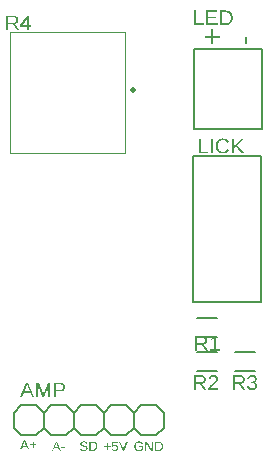
<source format=gbr>
G04 EAGLE Gerber RS-274X export*
G75*
%MOMM*%
%FSLAX34Y34*%
%LPD*%
%INSilkscreen Top*%
%IPPOS*%
%AMOC8*
5,1,8,0,0,1.08239X$1,22.5*%
G01*
G04 Define Apertures*
%ADD10C,0.152400*%
%ADD11C,0.500000*%
%ADD12C,0.120000*%
%ADD13C,0.127000*%
G36*
X250351Y496527D02*
X248560Y496527D01*
X248560Y501728D01*
X243309Y501728D01*
X243309Y503532D01*
X248560Y503532D01*
X248560Y508734D01*
X250351Y508734D01*
X250351Y503532D01*
X255602Y503532D01*
X255602Y501728D01*
X250351Y501728D01*
X250351Y496527D01*
G37*
G36*
X278788Y496416D02*
X276825Y496416D01*
X276825Y502550D01*
X278788Y502550D01*
X278788Y496416D01*
G37*
G36*
X87938Y153162D02*
X86829Y153162D01*
X90049Y161052D01*
X91264Y161052D01*
X94434Y153162D01*
X93342Y153162D01*
X92440Y155469D01*
X88845Y155469D01*
X87938Y153162D01*
G37*
%LPC*%
G36*
X92121Y156304D02*
X91107Y158908D01*
X90951Y159319D01*
X90794Y159781D01*
X90643Y160246D01*
X90592Y160089D01*
X90419Y159559D01*
X90178Y158896D01*
X89170Y156304D01*
X92121Y156304D01*
G37*
%LPD*%
G36*
X98189Y154170D02*
X97366Y154170D01*
X97366Y156567D01*
X94992Y156567D01*
X94992Y157384D01*
X97366Y157384D01*
X97366Y159781D01*
X98189Y159781D01*
X98189Y157384D01*
X100564Y157384D01*
X100564Y156567D01*
X98189Y156567D01*
X98189Y154170D01*
G37*
G36*
X114777Y151892D02*
X113668Y151892D01*
X116888Y159782D01*
X118103Y159782D01*
X121273Y151892D01*
X120181Y151892D01*
X119279Y154199D01*
X115684Y154199D01*
X114777Y151892D01*
G37*
%LPC*%
G36*
X118960Y155034D02*
X117947Y157638D01*
X117790Y158049D01*
X117633Y158511D01*
X117482Y158976D01*
X117431Y158819D01*
X117258Y158289D01*
X117017Y157626D01*
X116009Y155034D01*
X118960Y155034D01*
G37*
%LPD*%
G36*
X124580Y154490D02*
X121780Y154490D01*
X121780Y155386D01*
X124580Y155386D01*
X124580Y154490D01*
G37*
G36*
X148331Y151892D02*
X145380Y151892D01*
X145380Y159782D01*
X147990Y159782D01*
X148476Y159767D01*
X148935Y159720D01*
X149364Y159641D01*
X149765Y159531D01*
X150138Y159390D01*
X150482Y159217D01*
X150797Y159013D01*
X151084Y158777D01*
X151339Y158513D01*
X151560Y158222D01*
X151747Y157904D01*
X151900Y157560D01*
X152020Y157189D01*
X152105Y156792D01*
X152156Y156369D01*
X152173Y155918D01*
X152165Y155618D01*
X152143Y155327D01*
X152106Y155046D01*
X152054Y154774D01*
X151987Y154512D01*
X151905Y154259D01*
X151808Y154016D01*
X151697Y153782D01*
X151572Y153560D01*
X151434Y153351D01*
X151284Y153156D01*
X151121Y152973D01*
X150946Y152805D01*
X150759Y152650D01*
X150559Y152508D01*
X150347Y152379D01*
X150125Y152265D01*
X149894Y152166D01*
X149654Y152082D01*
X149406Y152014D01*
X149150Y151961D01*
X148886Y151922D01*
X148613Y151900D01*
X148331Y151892D01*
G37*
%LPC*%
G36*
X148208Y152749D02*
X148629Y152773D01*
X149023Y152844D01*
X149392Y152963D01*
X149734Y153130D01*
X150044Y153341D01*
X150316Y153594D01*
X150549Y153890D01*
X150745Y154227D01*
X150899Y154602D01*
X151009Y155008D01*
X151076Y155447D01*
X151098Y155918D01*
X151085Y156274D01*
X151047Y156608D01*
X150985Y156921D01*
X150897Y157211D01*
X150784Y157480D01*
X150646Y157727D01*
X150482Y157952D01*
X150294Y158156D01*
X150082Y158336D01*
X149847Y158492D01*
X149590Y158625D01*
X149310Y158733D01*
X149008Y158817D01*
X148684Y158877D01*
X148337Y158914D01*
X147967Y158926D01*
X146450Y158926D01*
X146450Y152749D01*
X148208Y152749D01*
G37*
%LPD*%
G36*
X140678Y151780D02*
X140327Y151788D01*
X139995Y151811D01*
X139682Y151851D01*
X139388Y151905D01*
X139112Y151976D01*
X138856Y152062D01*
X138619Y152164D01*
X138400Y152281D01*
X138201Y152414D01*
X138020Y152563D01*
X137859Y152728D01*
X137716Y152908D01*
X137592Y153103D01*
X137488Y153315D01*
X137402Y153542D01*
X137335Y153785D01*
X138371Y153992D01*
X138422Y153820D01*
X138486Y153660D01*
X138562Y153512D01*
X138651Y153375D01*
X138752Y153251D01*
X138867Y153138D01*
X138993Y153037D01*
X139133Y152948D01*
X139450Y152802D01*
X139820Y152698D01*
X140242Y152635D01*
X140717Y152614D01*
X141206Y152637D01*
X141635Y152703D01*
X141828Y152753D01*
X142005Y152814D01*
X142168Y152887D01*
X142316Y152970D01*
X142448Y153064D01*
X142562Y153169D01*
X142659Y153284D01*
X142738Y153409D01*
X142800Y153545D01*
X142844Y153691D01*
X142870Y153847D01*
X142879Y154014D01*
X142868Y154198D01*
X142835Y154364D01*
X142780Y154512D01*
X142703Y154642D01*
X142605Y154757D01*
X142490Y154861D01*
X142358Y154956D01*
X142207Y155039D01*
X141857Y155183D01*
X141445Y155302D01*
X140465Y155532D01*
X139643Y155739D01*
X139316Y155843D01*
X139046Y155946D01*
X138816Y156053D01*
X138612Y156165D01*
X138434Y156284D01*
X138281Y156408D01*
X138150Y156541D01*
X138034Y156685D01*
X137935Y156839D01*
X137853Y157005D01*
X137788Y157182D01*
X137742Y157372D01*
X137714Y157574D01*
X137705Y157789D01*
X137717Y158035D01*
X137753Y158267D01*
X137814Y158484D01*
X137898Y158686D01*
X138008Y158874D01*
X138141Y159048D01*
X138298Y159207D01*
X138480Y159351D01*
X138685Y159480D01*
X138910Y159591D01*
X139156Y159686D01*
X139423Y159763D01*
X139711Y159823D01*
X140020Y159866D01*
X140350Y159891D01*
X140701Y159900D01*
X141027Y159894D01*
X141333Y159874D01*
X141620Y159842D01*
X141886Y159797D01*
X142133Y159739D01*
X142361Y159668D01*
X142568Y159585D01*
X142756Y159488D01*
X142927Y159376D01*
X143085Y159246D01*
X143229Y159098D01*
X143361Y158932D01*
X143479Y158747D01*
X143583Y158545D01*
X143675Y158324D01*
X143753Y158086D01*
X142700Y157901D01*
X142593Y158193D01*
X142448Y158442D01*
X142263Y158648D01*
X142039Y158811D01*
X141772Y158934D01*
X141458Y159023D01*
X141097Y159076D01*
X140689Y159094D01*
X140244Y159074D01*
X139855Y159015D01*
X139522Y158917D01*
X139245Y158780D01*
X139128Y158697D01*
X139027Y158604D01*
X138941Y158501D01*
X138871Y158389D01*
X138816Y158268D01*
X138777Y158136D01*
X138754Y157995D01*
X138746Y157845D01*
X138758Y157671D01*
X138794Y157512D01*
X138855Y157370D01*
X138939Y157243D01*
X139047Y157128D01*
X139175Y157023D01*
X139325Y156927D01*
X139497Y156840D01*
X139724Y156752D01*
X140041Y156655D01*
X140947Y156434D01*
X141672Y156263D01*
X142026Y156168D01*
X142364Y156056D01*
X142684Y155925D01*
X142983Y155773D01*
X143252Y155592D01*
X143484Y155375D01*
X143673Y155119D01*
X143817Y154821D01*
X143870Y154654D01*
X143907Y154474D01*
X143930Y154279D01*
X143937Y154070D01*
X143924Y153805D01*
X143884Y153555D01*
X143817Y153321D01*
X143724Y153102D01*
X143604Y152898D01*
X143457Y152710D01*
X143284Y152537D01*
X143083Y152379D01*
X142859Y152239D01*
X142613Y152117D01*
X142345Y152014D01*
X142055Y151930D01*
X141744Y151864D01*
X141410Y151817D01*
X141055Y151789D01*
X140678Y151780D01*
G37*
G36*
X167062Y151780D02*
X166793Y151788D01*
X166537Y151810D01*
X166294Y151848D01*
X166065Y151900D01*
X165849Y151968D01*
X165647Y152051D01*
X165457Y152149D01*
X165281Y152262D01*
X165120Y152389D01*
X164974Y152529D01*
X164843Y152683D01*
X164728Y152851D01*
X164629Y153032D01*
X164545Y153227D01*
X164477Y153435D01*
X164424Y153656D01*
X165444Y153774D01*
X165539Y153499D01*
X165666Y153262D01*
X165824Y153060D01*
X166013Y152896D01*
X166234Y152768D01*
X166486Y152676D01*
X166770Y152621D01*
X167084Y152603D01*
X167282Y152611D01*
X167468Y152634D01*
X167644Y152672D01*
X167808Y152726D01*
X167962Y152795D01*
X168104Y152879D01*
X168235Y152978D01*
X168356Y153093D01*
X168463Y153221D01*
X168556Y153361D01*
X168635Y153512D01*
X168700Y153675D01*
X168750Y153849D01*
X168786Y154035D01*
X168808Y154232D01*
X168815Y154440D01*
X168808Y154622D01*
X168786Y154795D01*
X168750Y154958D01*
X168699Y155113D01*
X168634Y155259D01*
X168555Y155397D01*
X168461Y155525D01*
X168353Y155644D01*
X168232Y155752D01*
X168102Y155845D01*
X167961Y155924D01*
X167810Y155988D01*
X167650Y156039D01*
X167479Y156074D01*
X167298Y156096D01*
X167107Y156103D01*
X166906Y156095D01*
X166712Y156071D01*
X166525Y156031D01*
X166345Y155974D01*
X166169Y155899D01*
X165992Y155801D01*
X165816Y155680D01*
X165640Y155538D01*
X164654Y155538D01*
X164917Y159782D01*
X169403Y159782D01*
X169403Y158926D01*
X165836Y158926D01*
X165684Y156422D01*
X165853Y156541D01*
X166032Y156643D01*
X166221Y156730D01*
X166419Y156800D01*
X166628Y156856D01*
X166847Y156895D01*
X167075Y156919D01*
X167314Y156926D01*
X167598Y156916D01*
X167867Y156884D01*
X168121Y156830D01*
X168360Y156756D01*
X168585Y156660D01*
X168795Y156542D01*
X168990Y156403D01*
X169170Y156243D01*
X169332Y156066D01*
X169473Y155876D01*
X169592Y155673D01*
X169689Y155456D01*
X169765Y155227D01*
X169819Y154985D01*
X169851Y154730D01*
X169862Y154462D01*
X169850Y154159D01*
X169816Y153871D01*
X169758Y153601D01*
X169676Y153347D01*
X169572Y153109D01*
X169445Y152888D01*
X169294Y152684D01*
X169120Y152497D01*
X168926Y152329D01*
X168713Y152183D01*
X168483Y152060D01*
X168235Y151959D01*
X167968Y151881D01*
X167684Y151825D01*
X167382Y151791D01*
X167062Y151780D01*
G37*
G36*
X174719Y151892D02*
X173611Y151892D01*
X170391Y159782D01*
X171516Y159782D01*
X173700Y154227D01*
X174171Y152833D01*
X174641Y154227D01*
X176814Y159782D01*
X177939Y159782D01*
X174719Y151892D01*
G37*
G36*
X161035Y152900D02*
X160212Y152900D01*
X160212Y155297D01*
X157838Y155297D01*
X157838Y156114D01*
X160212Y156114D01*
X160212Y158511D01*
X161035Y158511D01*
X161035Y156114D01*
X163410Y156114D01*
X163410Y155297D01*
X161035Y155297D01*
X161035Y152900D01*
G37*
G36*
X203917Y151892D02*
X200966Y151892D01*
X200966Y159782D01*
X203575Y159782D01*
X204062Y159767D01*
X204521Y159720D01*
X204950Y159641D01*
X205351Y159531D01*
X205724Y159390D01*
X206068Y159217D01*
X206383Y159013D01*
X206669Y158777D01*
X206925Y158513D01*
X207146Y158222D01*
X207333Y157904D01*
X207486Y157560D01*
X207605Y157189D01*
X207691Y156792D01*
X207742Y156369D01*
X207759Y155918D01*
X207751Y155618D01*
X207729Y155327D01*
X207692Y155046D01*
X207640Y154774D01*
X207573Y154512D01*
X207491Y154259D01*
X207394Y154016D01*
X207283Y153782D01*
X207157Y153560D01*
X207020Y153351D01*
X206870Y153156D01*
X206707Y152973D01*
X206532Y152805D01*
X206345Y152650D01*
X206145Y152508D01*
X205933Y152379D01*
X205710Y152265D01*
X205479Y152166D01*
X205240Y152082D01*
X204992Y152014D01*
X204736Y151961D01*
X204471Y151922D01*
X204198Y151900D01*
X203917Y151892D01*
G37*
%LPC*%
G36*
X203794Y152749D02*
X204215Y152773D01*
X204609Y152844D01*
X204978Y152963D01*
X205320Y153130D01*
X205630Y153341D01*
X205902Y153594D01*
X206135Y153890D01*
X206331Y154227D01*
X206485Y154602D01*
X206595Y155008D01*
X206661Y155447D01*
X206683Y155918D01*
X206671Y156274D01*
X206633Y156608D01*
X206570Y156921D01*
X206483Y157211D01*
X206370Y157480D01*
X206231Y157727D01*
X206068Y157952D01*
X205880Y158156D01*
X205668Y158336D01*
X205433Y158492D01*
X205176Y158625D01*
X204896Y158733D01*
X204594Y158817D01*
X204270Y158877D01*
X203923Y158914D01*
X203553Y158926D01*
X202035Y158926D01*
X202035Y152749D01*
X203794Y152749D01*
G37*
%LPD*%
G36*
X193637Y151892D02*
X192685Y151892D01*
X192685Y159782D01*
X193928Y159782D01*
X198195Y153018D01*
X198145Y153964D01*
X198128Y154608D01*
X198128Y159782D01*
X199091Y159782D01*
X199091Y151892D01*
X197803Y151892D01*
X193581Y158612D01*
X193609Y158069D01*
X193637Y157134D01*
X193637Y151892D01*
G37*
G36*
X187390Y151780D02*
X187086Y151788D01*
X186793Y151811D01*
X186510Y151849D01*
X186238Y151903D01*
X185977Y151972D01*
X185726Y152057D01*
X185486Y152157D01*
X185257Y152273D01*
X185039Y152403D01*
X184835Y152546D01*
X184644Y152703D01*
X184466Y152874D01*
X184302Y153058D01*
X184151Y153256D01*
X184012Y153467D01*
X183888Y153692D01*
X183777Y153929D01*
X183681Y154176D01*
X183599Y154434D01*
X183533Y154701D01*
X183481Y154979D01*
X183444Y155267D01*
X183422Y155565D01*
X183414Y155874D01*
X183430Y156340D01*
X183479Y156780D01*
X183559Y157192D01*
X183672Y157577D01*
X183817Y157936D01*
X183994Y158267D01*
X184203Y158570D01*
X184445Y158847D01*
X184715Y159094D01*
X185012Y159308D01*
X185335Y159489D01*
X185684Y159637D01*
X186059Y159752D01*
X186460Y159834D01*
X186887Y159884D01*
X187340Y159900D01*
X187660Y159893D01*
X187964Y159872D01*
X188253Y159838D01*
X188527Y159789D01*
X188785Y159727D01*
X189028Y159651D01*
X189256Y159561D01*
X189468Y159458D01*
X189667Y159339D01*
X189853Y159203D01*
X190028Y159051D01*
X190192Y158882D01*
X190343Y158697D01*
X190483Y158495D01*
X190611Y158276D01*
X190728Y158041D01*
X189709Y157738D01*
X189525Y158052D01*
X189309Y158319D01*
X189061Y158542D01*
X188782Y158718D01*
X188469Y158853D01*
X188119Y158949D01*
X187734Y159007D01*
X187312Y159026D01*
X186980Y159013D01*
X186669Y158975D01*
X186378Y158910D01*
X186107Y158820D01*
X185856Y158704D01*
X185625Y158562D01*
X185414Y158394D01*
X185223Y158200D01*
X185054Y157983D01*
X184907Y157745D01*
X184783Y157486D01*
X184681Y157206D01*
X184602Y156904D01*
X184546Y156582D01*
X184512Y156238D01*
X184501Y155874D01*
X184513Y155510D01*
X184549Y155165D01*
X184609Y154841D01*
X184693Y154536D01*
X184800Y154251D01*
X184932Y153985D01*
X185088Y153739D01*
X185268Y153513D01*
X185469Y153310D01*
X185688Y153135D01*
X185926Y152986D01*
X186182Y152864D01*
X186457Y152770D01*
X186750Y152702D01*
X187061Y152662D01*
X187390Y152648D01*
X187770Y152663D01*
X188137Y152707D01*
X188491Y152780D01*
X188832Y152883D01*
X189151Y153011D01*
X189438Y153160D01*
X189693Y153330D01*
X189916Y153522D01*
X189916Y154944D01*
X187558Y154944D01*
X187558Y155840D01*
X190902Y155840D01*
X190902Y153118D01*
X190570Y152817D01*
X190204Y152552D01*
X189802Y152323D01*
X189364Y152130D01*
X188900Y151977D01*
X188416Y151868D01*
X187913Y151802D01*
X187390Y151780D01*
G37*
G36*
X260768Y512420D02*
X256152Y512420D01*
X256152Y524761D01*
X260234Y524761D01*
X260620Y524755D01*
X260995Y524736D01*
X261359Y524706D01*
X261712Y524663D01*
X262054Y524607D01*
X262384Y524540D01*
X262703Y524460D01*
X263011Y524368D01*
X263308Y524263D01*
X263594Y524147D01*
X263868Y524018D01*
X264132Y523876D01*
X264384Y523723D01*
X264625Y523557D01*
X264854Y523379D01*
X265073Y523189D01*
X265279Y522987D01*
X265472Y522775D01*
X265652Y522552D01*
X265818Y522320D01*
X265971Y522076D01*
X266111Y521823D01*
X266238Y521559D01*
X266351Y521285D01*
X266450Y521000D01*
X266537Y520705D01*
X266610Y520400D01*
X266670Y520084D01*
X266717Y519758D01*
X266750Y519421D01*
X266770Y519075D01*
X266777Y518717D01*
X266765Y518248D01*
X266730Y517793D01*
X266672Y517352D01*
X266590Y516927D01*
X266486Y516517D01*
X266358Y516122D01*
X266207Y515741D01*
X266032Y515376D01*
X265836Y515028D01*
X265621Y514702D01*
X265386Y514396D01*
X265132Y514111D01*
X264859Y513848D01*
X264566Y513605D01*
X264253Y513383D01*
X263921Y513182D01*
X263573Y513003D01*
X263212Y512849D01*
X262837Y512718D01*
X262450Y512610D01*
X262049Y512527D01*
X261635Y512468D01*
X261208Y512432D01*
X260768Y512420D01*
G37*
%LPC*%
G36*
X260575Y513760D02*
X260910Y513769D01*
X261234Y513797D01*
X261547Y513844D01*
X261851Y513909D01*
X262144Y513993D01*
X262427Y514095D01*
X262700Y514216D01*
X262962Y514356D01*
X263212Y514513D01*
X263447Y514686D01*
X263667Y514876D01*
X263872Y515083D01*
X264062Y515305D01*
X264237Y515545D01*
X264398Y515800D01*
X264543Y516072D01*
X264672Y516359D01*
X264784Y516658D01*
X264879Y516970D01*
X264957Y517294D01*
X265017Y517631D01*
X265060Y517981D01*
X265086Y518343D01*
X265095Y518717D01*
X265075Y519274D01*
X265016Y519797D01*
X264918Y520285D01*
X264781Y520740D01*
X264604Y521160D01*
X264388Y521546D01*
X264133Y521898D01*
X263838Y522216D01*
X263506Y522499D01*
X263139Y522743D01*
X262737Y522950D01*
X262300Y523120D01*
X261827Y523251D01*
X261320Y523345D01*
X260777Y523402D01*
X260199Y523421D01*
X257825Y523421D01*
X257825Y513760D01*
X260575Y513760D01*
G37*
%LPD*%
G36*
X253906Y512420D02*
X244184Y512420D01*
X244184Y524761D01*
X253547Y524761D01*
X253547Y523394D01*
X245857Y523394D01*
X245857Y519436D01*
X253021Y519436D01*
X253021Y518087D01*
X245857Y518087D01*
X245857Y513786D01*
X253906Y513786D01*
X253906Y512420D01*
G37*
G36*
X242124Y512420D02*
X234215Y512420D01*
X234215Y524761D01*
X235888Y524761D01*
X235888Y513786D01*
X242124Y513786D01*
X242124Y512420D01*
G37*
G36*
X267652Y403860D02*
X265979Y403860D01*
X265979Y416201D01*
X267652Y416201D01*
X267652Y410017D01*
X273599Y416201D01*
X275570Y416201D01*
X270315Y410841D01*
X276271Y403860D01*
X274195Y403860D01*
X269264Y409816D01*
X267652Y408590D01*
X267652Y403860D01*
G37*
G36*
X258467Y403685D02*
X258009Y403697D01*
X257566Y403733D01*
X257139Y403794D01*
X256728Y403879D01*
X256332Y403988D01*
X255952Y404121D01*
X255588Y404278D01*
X255240Y404460D01*
X254909Y404664D01*
X254599Y404889D01*
X254309Y405135D01*
X254040Y405402D01*
X253791Y405689D01*
X253561Y405997D01*
X253353Y406326D01*
X253164Y406676D01*
X252997Y407044D01*
X252852Y407429D01*
X252729Y407831D01*
X252629Y408249D01*
X252551Y408684D01*
X252495Y409135D01*
X252461Y409603D01*
X252450Y410087D01*
X252456Y410451D01*
X252475Y410805D01*
X252506Y411149D01*
X252550Y411483D01*
X252606Y411807D01*
X252674Y412121D01*
X252755Y412425D01*
X252849Y412719D01*
X252955Y413003D01*
X253073Y413277D01*
X253347Y413795D01*
X253671Y414274D01*
X254044Y414712D01*
X254462Y415104D01*
X254918Y415444D01*
X255160Y415594D01*
X255412Y415731D01*
X255674Y415855D01*
X255945Y415966D01*
X256226Y416065D01*
X256516Y416149D01*
X256816Y416221D01*
X257125Y416280D01*
X257444Y416326D01*
X257773Y416359D01*
X258111Y416378D01*
X258459Y416385D01*
X258941Y416373D01*
X259403Y416337D01*
X259845Y416276D01*
X260267Y416192D01*
X260669Y416084D01*
X261050Y415951D01*
X261411Y415795D01*
X261752Y415614D01*
X262071Y415410D01*
X262369Y415182D01*
X262645Y414931D01*
X262899Y414657D01*
X263131Y414360D01*
X263341Y414039D01*
X263530Y413695D01*
X263696Y413328D01*
X262111Y412802D01*
X261995Y413064D01*
X261864Y413309D01*
X261716Y413539D01*
X261551Y413753D01*
X261371Y413951D01*
X261174Y414133D01*
X260961Y414299D01*
X260731Y414449D01*
X260488Y414583D01*
X260234Y414698D01*
X259969Y414796D01*
X259692Y414876D01*
X259405Y414938D01*
X259106Y414983D01*
X258797Y415009D01*
X258476Y415018D01*
X257978Y414998D01*
X257508Y414936D01*
X257067Y414833D01*
X256654Y414689D01*
X256270Y414503D01*
X255914Y414277D01*
X255587Y414009D01*
X255288Y413700D01*
X255021Y413355D01*
X254790Y412980D01*
X254594Y412574D01*
X254434Y412138D01*
X254309Y411671D01*
X254220Y411174D01*
X254167Y410646D01*
X254149Y410087D01*
X254168Y409534D01*
X254224Y409009D01*
X254316Y408511D01*
X254446Y408041D01*
X254613Y407599D01*
X254817Y407185D01*
X255058Y406798D01*
X255336Y406439D01*
X255646Y406116D01*
X255982Y405836D01*
X256344Y405599D01*
X256732Y405405D01*
X257146Y405254D01*
X257587Y405146D01*
X258053Y405081D01*
X258546Y405060D01*
X258865Y405070D01*
X259174Y405100D01*
X259473Y405150D01*
X259762Y405220D01*
X260041Y405311D01*
X260309Y405421D01*
X260568Y405551D01*
X260817Y405701D01*
X261055Y405872D01*
X261284Y406062D01*
X261502Y406273D01*
X261711Y406503D01*
X261909Y406754D01*
X262097Y407025D01*
X262276Y407315D01*
X262444Y407626D01*
X263810Y406943D01*
X263610Y406556D01*
X263390Y406194D01*
X263152Y405855D01*
X262894Y405539D01*
X262616Y405248D01*
X262320Y404981D01*
X262004Y404737D01*
X261669Y404517D01*
X261317Y404322D01*
X260951Y404153D01*
X260572Y404010D01*
X260178Y403893D01*
X259771Y403802D01*
X259351Y403737D01*
X258916Y403698D01*
X258467Y403685D01*
G37*
G36*
X245982Y403860D02*
X238073Y403860D01*
X238073Y416201D01*
X239746Y416201D01*
X239746Y405226D01*
X245982Y405226D01*
X245982Y403860D01*
G37*
G36*
X249899Y403860D02*
X248226Y403860D01*
X248226Y416201D01*
X249899Y416201D01*
X249899Y403860D01*
G37*
G36*
X116887Y197358D02*
X115214Y197358D01*
X115214Y209699D01*
X120408Y209699D01*
X120913Y209684D01*
X121388Y209638D01*
X121833Y209562D01*
X122250Y209456D01*
X122637Y209319D01*
X122995Y209152D01*
X123323Y208954D01*
X123623Y208727D01*
X123890Y208471D01*
X124121Y208191D01*
X124316Y207885D01*
X124477Y207555D01*
X124601Y207200D01*
X124690Y206820D01*
X124743Y206415D01*
X124761Y205985D01*
X124743Y205558D01*
X124690Y205154D01*
X124601Y204772D01*
X124476Y204413D01*
X124315Y204076D01*
X124118Y203762D01*
X123886Y203470D01*
X123618Y203200D01*
X123320Y202958D01*
X122996Y202748D01*
X122646Y202570D01*
X122271Y202425D01*
X121870Y202312D01*
X121443Y202231D01*
X120991Y202183D01*
X120513Y202166D01*
X116887Y202166D01*
X116887Y197358D01*
G37*
%LPC*%
G36*
X120277Y203489D02*
X120616Y203499D01*
X120934Y203528D01*
X121229Y203576D01*
X121503Y203644D01*
X121755Y203731D01*
X121985Y203838D01*
X122193Y203963D01*
X122379Y204109D01*
X122543Y204273D01*
X122685Y204457D01*
X122806Y204661D01*
X122904Y204883D01*
X122981Y205125D01*
X123036Y205387D01*
X123069Y205667D01*
X123080Y205968D01*
X123068Y206257D01*
X123035Y206528D01*
X122979Y206780D01*
X122900Y207014D01*
X122799Y207229D01*
X122676Y207425D01*
X122530Y207602D01*
X122361Y207761D01*
X122171Y207901D01*
X121957Y208022D01*
X121722Y208125D01*
X121464Y208209D01*
X121183Y208275D01*
X120880Y208321D01*
X120555Y208349D01*
X120207Y208359D01*
X116887Y208359D01*
X116887Y203489D01*
X120277Y203489D01*
G37*
%LPD*%
G36*
X101766Y197358D02*
X100277Y197358D01*
X100277Y209699D01*
X102475Y209699D01*
X105760Y201142D01*
X105932Y200606D01*
X106097Y200034D01*
X106312Y199180D01*
X106420Y199621D01*
X106605Y200244D01*
X106792Y200825D01*
X106907Y201142D01*
X110130Y209699D01*
X112276Y209699D01*
X112276Y197358D01*
X110770Y197358D01*
X110770Y205591D01*
X110789Y206931D01*
X110848Y208219D01*
X110441Y206822D01*
X110254Y206251D01*
X110078Y205766D01*
X106890Y197358D01*
X105716Y197358D01*
X102484Y205766D01*
X101994Y207255D01*
X101705Y208219D01*
X101731Y207246D01*
X101766Y205591D01*
X101766Y197358D01*
G37*
G36*
X88637Y197358D02*
X86903Y197358D01*
X91939Y209699D01*
X93840Y209699D01*
X98797Y197358D01*
X97089Y197358D01*
X95679Y200967D01*
X90056Y200967D01*
X88637Y197358D01*
G37*
%LPC*%
G36*
X95180Y202272D02*
X93595Y206344D01*
X93349Y206988D01*
X93104Y207711D01*
X92868Y208438D01*
X92789Y208192D01*
X92517Y207362D01*
X92141Y206327D01*
X90564Y202272D01*
X95180Y202272D01*
G37*
%LPD*%
G36*
X76870Y508000D02*
X75197Y508000D01*
X75197Y520341D01*
X81004Y520341D01*
X81510Y520326D01*
X81987Y520282D01*
X82434Y520210D01*
X82851Y520108D01*
X83238Y519976D01*
X83596Y519816D01*
X83924Y519627D01*
X84223Y519408D01*
X84488Y519163D01*
X84719Y518896D01*
X84914Y518606D01*
X85073Y518292D01*
X85197Y517956D01*
X85286Y517597D01*
X85339Y517216D01*
X85357Y516811D01*
X85344Y516474D01*
X85307Y516151D01*
X85244Y515841D01*
X85156Y515545D01*
X85044Y515263D01*
X84906Y514995D01*
X84743Y514740D01*
X84555Y514499D01*
X84345Y514275D01*
X84117Y514074D01*
X83869Y513893D01*
X83758Y513827D01*
X83602Y513735D01*
X83316Y513598D01*
X83011Y513482D01*
X82687Y513389D01*
X82344Y513316D01*
X83835Y511053D01*
X85847Y508000D01*
X83920Y508000D01*
X80715Y513124D01*
X76870Y513124D01*
X76870Y508000D01*
G37*
%LPC*%
G36*
X80907Y514446D02*
X81229Y514456D01*
X81531Y514485D01*
X81815Y514533D01*
X82080Y514601D01*
X82326Y514687D01*
X82554Y514794D01*
X82763Y514919D01*
X82953Y515064D01*
X83122Y515226D01*
X83269Y515403D01*
X83393Y515596D01*
X83494Y515805D01*
X83574Y516029D01*
X83630Y516268D01*
X83664Y516523D01*
X83675Y516794D01*
X83664Y517055D01*
X83629Y517300D01*
X83572Y517530D01*
X83492Y517743D01*
X83389Y517940D01*
X83264Y518121D01*
X83115Y518287D01*
X82944Y518436D01*
X82751Y518568D01*
X82538Y518683D01*
X82305Y518780D01*
X82051Y518860D01*
X81778Y518921D01*
X81485Y518965D01*
X81171Y518992D01*
X80837Y519001D01*
X76870Y519001D01*
X76870Y514446D01*
X80907Y514446D01*
G37*
%LPD*%
G36*
X94379Y508000D02*
X92890Y508000D01*
X92890Y510794D01*
X87075Y510794D01*
X87075Y512020D01*
X92724Y520341D01*
X94379Y520341D01*
X94379Y512038D01*
X96113Y512038D01*
X96113Y510794D01*
X94379Y510794D01*
X94379Y508000D01*
G37*
%LPC*%
G36*
X92890Y512038D02*
X92890Y518563D01*
X92645Y518099D01*
X92303Y517521D01*
X89142Y512861D01*
X88669Y512213D01*
X88528Y512038D01*
X92890Y512038D01*
G37*
%LPD*%
G36*
X236790Y236609D02*
X235117Y236609D01*
X235117Y248950D01*
X240924Y248950D01*
X241430Y248935D01*
X241907Y248891D01*
X242354Y248819D01*
X242771Y248717D01*
X243158Y248585D01*
X243516Y248425D01*
X243844Y248236D01*
X244143Y248017D01*
X244408Y247772D01*
X244639Y247505D01*
X244834Y247215D01*
X244993Y246901D01*
X245117Y246565D01*
X245206Y246206D01*
X245259Y245825D01*
X245277Y245420D01*
X245264Y245083D01*
X245227Y244760D01*
X245164Y244450D01*
X245076Y244154D01*
X244964Y243872D01*
X244826Y243604D01*
X244663Y243349D01*
X244475Y243108D01*
X244265Y242884D01*
X244037Y242683D01*
X243789Y242502D01*
X243678Y242436D01*
X243522Y242344D01*
X243236Y242207D01*
X242931Y242091D01*
X242607Y241998D01*
X242264Y241925D01*
X243755Y239662D01*
X245767Y236609D01*
X243840Y236609D01*
X240635Y241733D01*
X236790Y241733D01*
X236790Y236609D01*
G37*
%LPC*%
G36*
X240827Y243055D02*
X241149Y243065D01*
X241451Y243094D01*
X241735Y243142D01*
X242000Y243210D01*
X242246Y243296D01*
X242474Y243403D01*
X242683Y243528D01*
X242873Y243673D01*
X243042Y243835D01*
X243189Y244012D01*
X243313Y244205D01*
X243414Y244414D01*
X243494Y244638D01*
X243550Y244877D01*
X243584Y245132D01*
X243595Y245403D01*
X243584Y245664D01*
X243549Y245909D01*
X243492Y246139D01*
X243412Y246352D01*
X243309Y246549D01*
X243184Y246730D01*
X243035Y246896D01*
X242864Y247045D01*
X242671Y247177D01*
X242458Y247292D01*
X242225Y247389D01*
X241971Y247469D01*
X241698Y247530D01*
X241405Y247574D01*
X241091Y247601D01*
X240757Y247610D01*
X236790Y247610D01*
X236790Y243055D01*
X240827Y243055D01*
G37*
%LPD*%
G36*
X255683Y236609D02*
X247949Y236609D01*
X247949Y237949D01*
X251094Y237949D01*
X251094Y247443D01*
X248308Y245455D01*
X248308Y246944D01*
X251225Y248950D01*
X252679Y248950D01*
X252679Y237949D01*
X255683Y237949D01*
X255683Y236609D01*
G37*
G36*
X235520Y203589D02*
X233847Y203589D01*
X233847Y215930D01*
X239654Y215930D01*
X240160Y215915D01*
X240637Y215871D01*
X241084Y215799D01*
X241501Y215697D01*
X241888Y215565D01*
X242246Y215405D01*
X242574Y215216D01*
X242873Y214997D01*
X243138Y214752D01*
X243369Y214485D01*
X243564Y214195D01*
X243723Y213881D01*
X243847Y213545D01*
X243936Y213186D01*
X243989Y212805D01*
X244007Y212400D01*
X243994Y212063D01*
X243957Y211740D01*
X243894Y211430D01*
X243806Y211134D01*
X243694Y210852D01*
X243556Y210584D01*
X243393Y210329D01*
X243205Y210088D01*
X242995Y209864D01*
X242767Y209663D01*
X242519Y209482D01*
X242408Y209416D01*
X242252Y209324D01*
X241966Y209187D01*
X241661Y209071D01*
X241337Y208978D01*
X240994Y208905D01*
X242485Y206642D01*
X244497Y203589D01*
X242570Y203589D01*
X239365Y208713D01*
X235520Y208713D01*
X235520Y203589D01*
G37*
%LPC*%
G36*
X239557Y210035D02*
X239879Y210045D01*
X240181Y210074D01*
X240465Y210122D01*
X240730Y210190D01*
X240976Y210276D01*
X241204Y210383D01*
X241413Y210508D01*
X241603Y210653D01*
X241772Y210815D01*
X241919Y210992D01*
X242043Y211185D01*
X242144Y211394D01*
X242224Y211618D01*
X242280Y211857D01*
X242314Y212112D01*
X242325Y212383D01*
X242314Y212644D01*
X242279Y212889D01*
X242222Y213119D01*
X242142Y213332D01*
X242039Y213529D01*
X241914Y213710D01*
X241765Y213876D01*
X241594Y214025D01*
X241401Y214157D01*
X241188Y214272D01*
X240955Y214369D01*
X240701Y214449D01*
X240428Y214510D01*
X240135Y214554D01*
X239821Y214581D01*
X239487Y214590D01*
X235520Y214590D01*
X235520Y210035D01*
X239557Y210035D01*
G37*
%LPD*%
G36*
X254387Y203589D02*
X246215Y203589D01*
X246215Y204701D01*
X246451Y205199D01*
X246711Y205666D01*
X246996Y206103D01*
X247305Y206510D01*
X247631Y206893D01*
X247966Y207257D01*
X248308Y207602D01*
X248659Y207929D01*
X249365Y208541D01*
X250064Y209107D01*
X250727Y209650D01*
X251321Y210193D01*
X251588Y210468D01*
X251828Y210749D01*
X252041Y211037D01*
X252228Y211332D01*
X252379Y211639D01*
X252487Y211967D01*
X252552Y212314D01*
X252574Y212680D01*
X252564Y212927D01*
X252537Y213160D01*
X252490Y213378D01*
X252425Y213582D01*
X252341Y213772D01*
X252239Y213948D01*
X252118Y214110D01*
X251978Y214257D01*
X251822Y214388D01*
X251651Y214502D01*
X251466Y214598D01*
X251267Y214677D01*
X251052Y214739D01*
X250824Y214782D01*
X250580Y214809D01*
X250323Y214817D01*
X250077Y214809D01*
X249841Y214783D01*
X249617Y214740D01*
X249404Y214681D01*
X249202Y214604D01*
X249011Y214510D01*
X248832Y214398D01*
X248663Y214270D01*
X248508Y214126D01*
X248370Y213969D01*
X248249Y213797D01*
X248145Y213612D01*
X248058Y213413D01*
X247987Y213200D01*
X247934Y212973D01*
X247897Y212733D01*
X246285Y212882D01*
X246343Y213242D01*
X246429Y213584D01*
X246544Y213907D01*
X246687Y214211D01*
X246858Y214496D01*
X247058Y214762D01*
X247286Y215009D01*
X247542Y215238D01*
X247822Y215443D01*
X248121Y215621D01*
X248440Y215772D01*
X248778Y215895D01*
X249135Y215991D01*
X249512Y216059D01*
X249908Y216100D01*
X250323Y216114D01*
X250776Y216100D01*
X251202Y216059D01*
X251601Y215990D01*
X251973Y215894D01*
X252318Y215770D01*
X252636Y215619D01*
X252927Y215440D01*
X253191Y215233D01*
X253426Y215002D01*
X253630Y214747D01*
X253802Y214469D01*
X253943Y214168D01*
X254053Y213844D01*
X254131Y213497D01*
X254178Y213126D01*
X254194Y212733D01*
X254174Y212374D01*
X254112Y212017D01*
X254009Y211661D01*
X253866Y211305D01*
X253681Y210951D01*
X253457Y210596D01*
X253193Y210241D01*
X252889Y209886D01*
X252491Y209483D01*
X251945Y208982D01*
X251252Y208384D01*
X250410Y207688D01*
X249932Y207286D01*
X249506Y206905D01*
X249131Y206544D01*
X248808Y206203D01*
X248531Y205876D01*
X248295Y205554D01*
X248101Y205239D01*
X247949Y204929D01*
X254387Y204929D01*
X254387Y203589D01*
G37*
G36*
X268540Y203589D02*
X266867Y203589D01*
X266867Y215930D01*
X272674Y215930D01*
X273180Y215915D01*
X273657Y215871D01*
X274104Y215799D01*
X274521Y215697D01*
X274908Y215565D01*
X275266Y215405D01*
X275594Y215216D01*
X275893Y214997D01*
X276158Y214752D01*
X276389Y214485D01*
X276584Y214195D01*
X276743Y213881D01*
X276867Y213545D01*
X276956Y213186D01*
X277009Y212805D01*
X277027Y212400D01*
X277014Y212063D01*
X276977Y211740D01*
X276914Y211430D01*
X276826Y211134D01*
X276714Y210852D01*
X276576Y210584D01*
X276413Y210329D01*
X276225Y210088D01*
X276015Y209864D01*
X275787Y209663D01*
X275539Y209482D01*
X275428Y209416D01*
X275272Y209324D01*
X274986Y209187D01*
X274681Y209071D01*
X274357Y208978D01*
X274014Y208905D01*
X275505Y206642D01*
X277517Y203589D01*
X275590Y203589D01*
X272385Y208713D01*
X268540Y208713D01*
X268540Y203589D01*
G37*
%LPC*%
G36*
X272577Y210035D02*
X272899Y210045D01*
X273201Y210074D01*
X273485Y210122D01*
X273750Y210190D01*
X273996Y210276D01*
X274224Y210383D01*
X274433Y210508D01*
X274623Y210653D01*
X274792Y210815D01*
X274939Y210992D01*
X275063Y211185D01*
X275164Y211394D01*
X275244Y211618D01*
X275300Y211857D01*
X275334Y212112D01*
X275345Y212383D01*
X275334Y212644D01*
X275299Y212889D01*
X275242Y213119D01*
X275162Y213332D01*
X275059Y213529D01*
X274934Y213710D01*
X274785Y213876D01*
X274614Y214025D01*
X274421Y214157D01*
X274208Y214272D01*
X273975Y214369D01*
X273721Y214449D01*
X273448Y214510D01*
X273155Y214554D01*
X272841Y214581D01*
X272507Y214590D01*
X268540Y214590D01*
X268540Y210035D01*
X272577Y210035D01*
G37*
%LPD*%
G36*
X283334Y203414D02*
X282877Y203427D01*
X282444Y203467D01*
X282035Y203533D01*
X281649Y203625D01*
X281287Y203744D01*
X280949Y203889D01*
X280634Y204061D01*
X280343Y204259D01*
X280078Y204483D01*
X279841Y204732D01*
X279633Y205007D01*
X279453Y205307D01*
X279301Y205632D01*
X279178Y205983D01*
X279083Y206358D01*
X279016Y206760D01*
X280645Y206908D01*
X280693Y206643D01*
X280756Y206395D01*
X280836Y206164D01*
X280931Y205951D01*
X281043Y205754D01*
X281171Y205574D01*
X281315Y205412D01*
X281475Y205266D01*
X281651Y205138D01*
X281843Y205027D01*
X282052Y204933D01*
X282276Y204856D01*
X282516Y204796D01*
X282773Y204753D01*
X283045Y204727D01*
X283334Y204719D01*
X283624Y204728D01*
X283898Y204756D01*
X284155Y204801D01*
X284397Y204866D01*
X284623Y204948D01*
X284833Y205049D01*
X285026Y205168D01*
X285204Y205306D01*
X285363Y205461D01*
X285501Y205635D01*
X285618Y205826D01*
X285713Y206035D01*
X285787Y206262D01*
X285840Y206506D01*
X285872Y206768D01*
X285883Y207049D01*
X285871Y207294D01*
X285834Y207525D01*
X285774Y207742D01*
X285689Y207945D01*
X285580Y208135D01*
X285447Y208311D01*
X285289Y208473D01*
X285108Y208621D01*
X284903Y208753D01*
X284677Y208868D01*
X284430Y208965D01*
X284161Y209044D01*
X283870Y209106D01*
X283558Y209150D01*
X283225Y209177D01*
X282870Y209186D01*
X281976Y209186D01*
X281976Y210552D01*
X282835Y210552D01*
X283150Y210561D01*
X283447Y210587D01*
X283725Y210631D01*
X283985Y210693D01*
X284228Y210773D01*
X284452Y210870D01*
X284657Y210985D01*
X284845Y211117D01*
X285012Y211265D01*
X285157Y211427D01*
X285280Y211602D01*
X285380Y211790D01*
X285458Y211992D01*
X285514Y212208D01*
X285548Y212438D01*
X285559Y212680D01*
X285550Y212921D01*
X285522Y213149D01*
X285477Y213364D01*
X285413Y213566D01*
X285331Y213755D01*
X285231Y213931D01*
X285113Y214094D01*
X284976Y214244D01*
X284822Y214378D01*
X284650Y214495D01*
X284460Y214593D01*
X284253Y214674D01*
X284028Y214737D01*
X283785Y214782D01*
X283524Y214808D01*
X283246Y214817D01*
X282992Y214809D01*
X282750Y214784D01*
X282521Y214742D01*
X282304Y214684D01*
X282099Y214609D01*
X281907Y214517D01*
X281728Y214408D01*
X281560Y214283D01*
X281408Y214143D01*
X281272Y213989D01*
X281153Y213821D01*
X281051Y213639D01*
X280966Y213444D01*
X280898Y213235D01*
X280846Y213013D01*
X280812Y212777D01*
X279226Y212899D01*
X279284Y213268D01*
X279371Y213615D01*
X279485Y213942D01*
X279628Y214248D01*
X279799Y214533D01*
X279999Y214798D01*
X280227Y215041D01*
X280483Y215264D01*
X280763Y215463D01*
X281063Y215636D01*
X281381Y215782D01*
X281719Y215901D01*
X282076Y215994D01*
X282453Y216061D01*
X282849Y216100D01*
X283264Y216114D01*
X283715Y216100D01*
X284141Y216060D01*
X284540Y215992D01*
X284914Y215898D01*
X285262Y215777D01*
X285584Y215628D01*
X285880Y215453D01*
X286150Y215251D01*
X286391Y215025D01*
X286600Y214777D01*
X286777Y214509D01*
X286922Y214219D01*
X287034Y213907D01*
X287115Y213575D01*
X287163Y213222D01*
X287179Y212847D01*
X287169Y212558D01*
X287138Y212283D01*
X287086Y212022D01*
X287014Y211775D01*
X286921Y211542D01*
X286807Y211322D01*
X286673Y211116D01*
X286518Y210924D01*
X286343Y210747D01*
X286150Y210584D01*
X285937Y210436D01*
X285707Y210304D01*
X285457Y210186D01*
X285188Y210083D01*
X284901Y209995D01*
X284595Y209921D01*
X284595Y209886D01*
X284932Y209839D01*
X285249Y209773D01*
X285547Y209686D01*
X285826Y209580D01*
X286086Y209454D01*
X286326Y209308D01*
X286548Y209143D01*
X286750Y208958D01*
X286931Y208757D01*
X287087Y208543D01*
X287220Y208317D01*
X287328Y208078D01*
X287412Y207826D01*
X287472Y207562D01*
X287509Y207285D01*
X287521Y206996D01*
X287504Y206581D01*
X287453Y206190D01*
X287368Y205824D01*
X287249Y205481D01*
X287096Y205162D01*
X286910Y204868D01*
X286689Y204597D01*
X286435Y204351D01*
X286149Y204131D01*
X285834Y203941D01*
X285489Y203780D01*
X285116Y203648D01*
X284714Y203546D01*
X284283Y203472D01*
X283823Y203429D01*
X283334Y203414D01*
G37*
D10*
X233940Y424470D02*
X233940Y492470D01*
X291840Y492470D01*
X291840Y424470D01*
X233940Y424470D01*
X291040Y401690D02*
X291040Y277690D01*
X233540Y277690D02*
X233540Y401690D01*
X291040Y401690D01*
X291040Y277690D02*
X233540Y277690D01*
X125730Y165100D02*
X113030Y165100D01*
X106680Y171450D01*
X106680Y184150D01*
X113030Y190500D01*
X151130Y165100D02*
X157480Y171450D01*
X151130Y165100D02*
X138430Y165100D01*
X132080Y171450D01*
X132080Y184150D01*
X138430Y190500D01*
X151130Y190500D01*
X157480Y184150D01*
X132080Y171450D02*
X125730Y165100D01*
X132080Y184150D02*
X125730Y190500D01*
X113030Y190500D01*
X189230Y165100D02*
X201930Y165100D01*
X189230Y165100D02*
X182880Y171450D01*
X182880Y184150D01*
X189230Y190500D01*
X182880Y171450D02*
X176530Y165100D01*
X163830Y165100D01*
X157480Y171450D01*
X157480Y184150D01*
X163830Y190500D01*
X176530Y190500D01*
X182880Y184150D01*
X208280Y184150D02*
X208280Y171450D01*
X201930Y165100D01*
X208280Y184150D02*
X201930Y190500D01*
X189230Y190500D01*
X100330Y165100D02*
X87630Y165100D01*
X81280Y171450D01*
X81280Y184150D01*
X87630Y190500D01*
X106680Y171450D02*
X100330Y165100D01*
X106680Y184150D02*
X100330Y190500D01*
X87630Y190500D01*
D11*
X182400Y457200D03*
D12*
X176000Y506450D02*
X78200Y506450D01*
X176000Y506450D02*
X176000Y403650D01*
X78200Y403650D01*
X78200Y506450D01*
D13*
X236610Y264549D02*
X253610Y264549D01*
X253610Y248531D02*
X236610Y248531D01*
X236610Y235339D02*
X253610Y235339D01*
X253610Y219321D02*
X236610Y219321D01*
X268360Y235339D02*
X285360Y235339D01*
X285360Y219321D02*
X268360Y219321D01*
M02*

</source>
